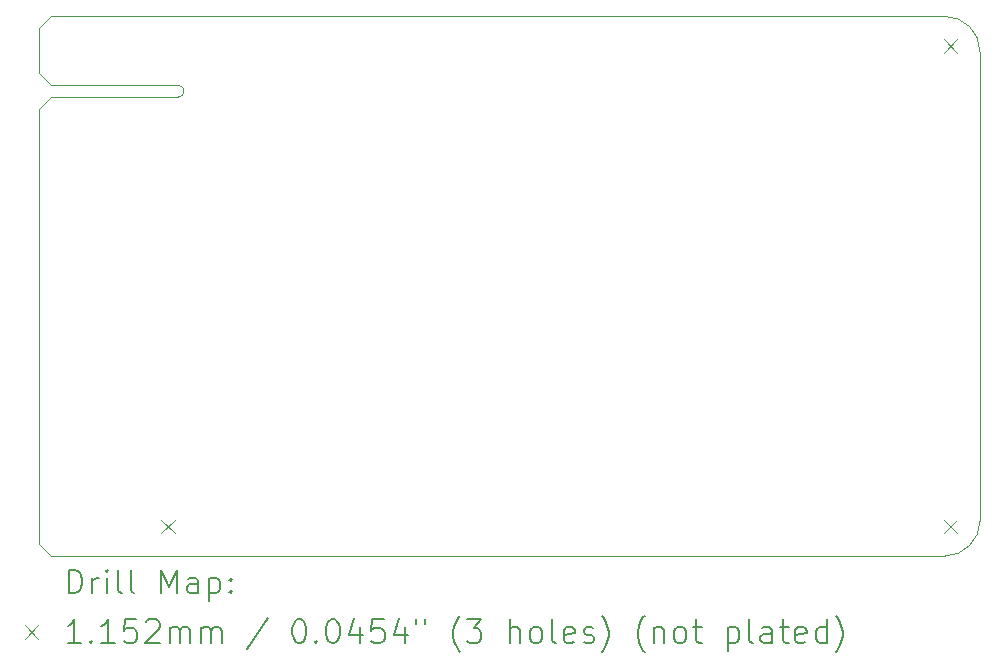
<source format=gbr>
%FSLAX45Y45*%
G04 Gerber Fmt 4.5, Leading zero omitted, Abs format (unit mm)*
G04 Created by KiCad (PCBNEW (6.0.5)) date 2023-02-06 04:07:20*
%MOMM*%
%LPD*%
G01*
G04 APERTURE LIST*
%TA.AperFunction,Profile*%
%ADD10C,0.100000*%
%TD*%
%ADD11C,0.200000*%
%ADD12C,0.115200*%
G04 APERTURE END LIST*
D10*
X8578520Y-6368250D02*
G75*
G03*
X8578520Y-6268250I0J50000D01*
G01*
X8578520Y-6368250D02*
X7499700Y-6368250D01*
X7499700Y-6268250D02*
X8578520Y-6268250D01*
X7398100Y-6469850D02*
X7398100Y-10152650D01*
X8305800Y-5684250D02*
X7499700Y-5684250D01*
X7398100Y-6166650D02*
X7499700Y-6268250D01*
X7810500Y-10254250D02*
X8394700Y-10254250D01*
X15067000Y-10254250D02*
G75*
G03*
X15367000Y-9954250I0J300000D01*
G01*
X7499700Y-6368250D02*
X7398100Y-6469850D01*
X8394700Y-10254250D02*
X15067000Y-10254250D01*
X7398100Y-10152650D02*
X7499700Y-10254250D01*
X15367000Y-5984250D02*
G75*
G03*
X15067000Y-5684250I-300000J0D01*
G01*
X7398100Y-5785850D02*
X7398100Y-6166650D01*
X15367000Y-9954250D02*
X15367000Y-5984250D01*
X7499700Y-10254250D02*
X7810500Y-10254250D01*
X7499700Y-5684250D02*
X7398100Y-5785850D01*
X8305800Y-5684250D02*
X15067000Y-5684250D01*
D11*
D12*
X8436160Y-9946650D02*
X8551360Y-10061850D01*
X8551360Y-9946650D02*
X8436160Y-10061850D01*
X15059400Y-5876650D02*
X15174600Y-5991850D01*
X15174600Y-5876650D02*
X15059400Y-5991850D01*
X15059680Y-9946650D02*
X15174880Y-10061850D01*
X15174880Y-9946650D02*
X15059680Y-10061850D01*
D11*
X7650719Y-10569726D02*
X7650719Y-10369726D01*
X7698338Y-10369726D01*
X7726909Y-10379250D01*
X7745957Y-10398298D01*
X7755481Y-10417345D01*
X7765005Y-10455440D01*
X7765005Y-10484012D01*
X7755481Y-10522107D01*
X7745957Y-10541155D01*
X7726909Y-10560202D01*
X7698338Y-10569726D01*
X7650719Y-10569726D01*
X7850719Y-10569726D02*
X7850719Y-10436393D01*
X7850719Y-10474488D02*
X7860243Y-10455440D01*
X7869767Y-10445917D01*
X7888814Y-10436393D01*
X7907862Y-10436393D01*
X7974528Y-10569726D02*
X7974528Y-10436393D01*
X7974528Y-10369726D02*
X7965005Y-10379250D01*
X7974528Y-10388774D01*
X7984052Y-10379250D01*
X7974528Y-10369726D01*
X7974528Y-10388774D01*
X8098338Y-10569726D02*
X8079290Y-10560202D01*
X8069767Y-10541155D01*
X8069767Y-10369726D01*
X8203100Y-10569726D02*
X8184052Y-10560202D01*
X8174528Y-10541155D01*
X8174528Y-10369726D01*
X8431671Y-10569726D02*
X8431671Y-10369726D01*
X8498338Y-10512583D01*
X8565005Y-10369726D01*
X8565005Y-10569726D01*
X8745957Y-10569726D02*
X8745957Y-10464964D01*
X8736433Y-10445917D01*
X8717386Y-10436393D01*
X8679290Y-10436393D01*
X8660243Y-10445917D01*
X8745957Y-10560202D02*
X8726910Y-10569726D01*
X8679290Y-10569726D01*
X8660243Y-10560202D01*
X8650719Y-10541155D01*
X8650719Y-10522107D01*
X8660243Y-10503060D01*
X8679290Y-10493536D01*
X8726910Y-10493536D01*
X8745957Y-10484012D01*
X8841195Y-10436393D02*
X8841195Y-10636393D01*
X8841195Y-10445917D02*
X8860243Y-10436393D01*
X8898338Y-10436393D01*
X8917386Y-10445917D01*
X8926910Y-10455440D01*
X8936433Y-10474488D01*
X8936433Y-10531631D01*
X8926910Y-10550679D01*
X8917386Y-10560202D01*
X8898338Y-10569726D01*
X8860243Y-10569726D01*
X8841195Y-10560202D01*
X9022148Y-10550679D02*
X9031671Y-10560202D01*
X9022148Y-10569726D01*
X9012624Y-10560202D01*
X9022148Y-10550679D01*
X9022148Y-10569726D01*
X9022148Y-10445917D02*
X9031671Y-10455440D01*
X9022148Y-10464964D01*
X9012624Y-10455440D01*
X9022148Y-10445917D01*
X9022148Y-10464964D01*
D12*
X7277900Y-10841650D02*
X7393100Y-10956850D01*
X7393100Y-10841650D02*
X7277900Y-10956850D01*
D11*
X7755481Y-10989726D02*
X7641195Y-10989726D01*
X7698338Y-10989726D02*
X7698338Y-10789726D01*
X7679290Y-10818298D01*
X7660243Y-10837345D01*
X7641195Y-10846869D01*
X7841195Y-10970679D02*
X7850719Y-10980202D01*
X7841195Y-10989726D01*
X7831671Y-10980202D01*
X7841195Y-10970679D01*
X7841195Y-10989726D01*
X8041195Y-10989726D02*
X7926909Y-10989726D01*
X7984052Y-10989726D02*
X7984052Y-10789726D01*
X7965005Y-10818298D01*
X7945957Y-10837345D01*
X7926909Y-10846869D01*
X8222148Y-10789726D02*
X8126909Y-10789726D01*
X8117386Y-10884964D01*
X8126909Y-10875440D01*
X8145957Y-10865917D01*
X8193576Y-10865917D01*
X8212624Y-10875440D01*
X8222148Y-10884964D01*
X8231671Y-10904012D01*
X8231671Y-10951631D01*
X8222148Y-10970679D01*
X8212624Y-10980202D01*
X8193576Y-10989726D01*
X8145957Y-10989726D01*
X8126909Y-10980202D01*
X8117386Y-10970679D01*
X8307862Y-10808774D02*
X8317386Y-10799250D01*
X8336433Y-10789726D01*
X8384052Y-10789726D01*
X8403100Y-10799250D01*
X8412624Y-10808774D01*
X8422148Y-10827821D01*
X8422148Y-10846869D01*
X8412624Y-10875440D01*
X8298338Y-10989726D01*
X8422148Y-10989726D01*
X8507862Y-10989726D02*
X8507862Y-10856393D01*
X8507862Y-10875440D02*
X8517386Y-10865917D01*
X8536433Y-10856393D01*
X8565005Y-10856393D01*
X8584052Y-10865917D01*
X8593576Y-10884964D01*
X8593576Y-10989726D01*
X8593576Y-10884964D02*
X8603100Y-10865917D01*
X8622148Y-10856393D01*
X8650719Y-10856393D01*
X8669767Y-10865917D01*
X8679290Y-10884964D01*
X8679290Y-10989726D01*
X8774529Y-10989726D02*
X8774529Y-10856393D01*
X8774529Y-10875440D02*
X8784052Y-10865917D01*
X8803100Y-10856393D01*
X8831671Y-10856393D01*
X8850719Y-10865917D01*
X8860243Y-10884964D01*
X8860243Y-10989726D01*
X8860243Y-10884964D02*
X8869767Y-10865917D01*
X8888814Y-10856393D01*
X8917386Y-10856393D01*
X8936433Y-10865917D01*
X8945957Y-10884964D01*
X8945957Y-10989726D01*
X9336433Y-10780202D02*
X9165005Y-11037345D01*
X9593576Y-10789726D02*
X9612624Y-10789726D01*
X9631671Y-10799250D01*
X9641195Y-10808774D01*
X9650719Y-10827821D01*
X9660243Y-10865917D01*
X9660243Y-10913536D01*
X9650719Y-10951631D01*
X9641195Y-10970679D01*
X9631671Y-10980202D01*
X9612624Y-10989726D01*
X9593576Y-10989726D01*
X9574529Y-10980202D01*
X9565005Y-10970679D01*
X9555481Y-10951631D01*
X9545957Y-10913536D01*
X9545957Y-10865917D01*
X9555481Y-10827821D01*
X9565005Y-10808774D01*
X9574529Y-10799250D01*
X9593576Y-10789726D01*
X9745957Y-10970679D02*
X9755481Y-10980202D01*
X9745957Y-10989726D01*
X9736433Y-10980202D01*
X9745957Y-10970679D01*
X9745957Y-10989726D01*
X9879290Y-10789726D02*
X9898338Y-10789726D01*
X9917386Y-10799250D01*
X9926910Y-10808774D01*
X9936433Y-10827821D01*
X9945957Y-10865917D01*
X9945957Y-10913536D01*
X9936433Y-10951631D01*
X9926910Y-10970679D01*
X9917386Y-10980202D01*
X9898338Y-10989726D01*
X9879290Y-10989726D01*
X9860243Y-10980202D01*
X9850719Y-10970679D01*
X9841195Y-10951631D01*
X9831671Y-10913536D01*
X9831671Y-10865917D01*
X9841195Y-10827821D01*
X9850719Y-10808774D01*
X9860243Y-10799250D01*
X9879290Y-10789726D01*
X10117386Y-10856393D02*
X10117386Y-10989726D01*
X10069767Y-10780202D02*
X10022148Y-10923060D01*
X10145957Y-10923060D01*
X10317386Y-10789726D02*
X10222148Y-10789726D01*
X10212624Y-10884964D01*
X10222148Y-10875440D01*
X10241195Y-10865917D01*
X10288814Y-10865917D01*
X10307862Y-10875440D01*
X10317386Y-10884964D01*
X10326910Y-10904012D01*
X10326910Y-10951631D01*
X10317386Y-10970679D01*
X10307862Y-10980202D01*
X10288814Y-10989726D01*
X10241195Y-10989726D01*
X10222148Y-10980202D01*
X10212624Y-10970679D01*
X10498338Y-10856393D02*
X10498338Y-10989726D01*
X10450719Y-10780202D02*
X10403100Y-10923060D01*
X10526910Y-10923060D01*
X10593576Y-10789726D02*
X10593576Y-10827821D01*
X10669767Y-10789726D02*
X10669767Y-10827821D01*
X10965005Y-11065917D02*
X10955481Y-11056393D01*
X10936433Y-11027821D01*
X10926910Y-11008774D01*
X10917386Y-10980202D01*
X10907862Y-10932583D01*
X10907862Y-10894488D01*
X10917386Y-10846869D01*
X10926910Y-10818298D01*
X10936433Y-10799250D01*
X10955481Y-10770679D01*
X10965005Y-10761155D01*
X11022148Y-10789726D02*
X11145957Y-10789726D01*
X11079290Y-10865917D01*
X11107862Y-10865917D01*
X11126910Y-10875440D01*
X11136433Y-10884964D01*
X11145957Y-10904012D01*
X11145957Y-10951631D01*
X11136433Y-10970679D01*
X11126910Y-10980202D01*
X11107862Y-10989726D01*
X11050719Y-10989726D01*
X11031671Y-10980202D01*
X11022148Y-10970679D01*
X11384052Y-10989726D02*
X11384052Y-10789726D01*
X11469767Y-10989726D02*
X11469767Y-10884964D01*
X11460243Y-10865917D01*
X11441195Y-10856393D01*
X11412624Y-10856393D01*
X11393576Y-10865917D01*
X11384052Y-10875440D01*
X11593576Y-10989726D02*
X11574528Y-10980202D01*
X11565005Y-10970679D01*
X11555481Y-10951631D01*
X11555481Y-10894488D01*
X11565005Y-10875440D01*
X11574528Y-10865917D01*
X11593576Y-10856393D01*
X11622148Y-10856393D01*
X11641195Y-10865917D01*
X11650719Y-10875440D01*
X11660243Y-10894488D01*
X11660243Y-10951631D01*
X11650719Y-10970679D01*
X11641195Y-10980202D01*
X11622148Y-10989726D01*
X11593576Y-10989726D01*
X11774528Y-10989726D02*
X11755481Y-10980202D01*
X11745957Y-10961155D01*
X11745957Y-10789726D01*
X11926909Y-10980202D02*
X11907862Y-10989726D01*
X11869767Y-10989726D01*
X11850719Y-10980202D01*
X11841195Y-10961155D01*
X11841195Y-10884964D01*
X11850719Y-10865917D01*
X11869767Y-10856393D01*
X11907862Y-10856393D01*
X11926909Y-10865917D01*
X11936433Y-10884964D01*
X11936433Y-10904012D01*
X11841195Y-10923060D01*
X12012624Y-10980202D02*
X12031671Y-10989726D01*
X12069767Y-10989726D01*
X12088814Y-10980202D01*
X12098338Y-10961155D01*
X12098338Y-10951631D01*
X12088814Y-10932583D01*
X12069767Y-10923060D01*
X12041195Y-10923060D01*
X12022148Y-10913536D01*
X12012624Y-10894488D01*
X12012624Y-10884964D01*
X12022148Y-10865917D01*
X12041195Y-10856393D01*
X12069767Y-10856393D01*
X12088814Y-10865917D01*
X12165005Y-11065917D02*
X12174528Y-11056393D01*
X12193576Y-11027821D01*
X12203100Y-11008774D01*
X12212624Y-10980202D01*
X12222148Y-10932583D01*
X12222148Y-10894488D01*
X12212624Y-10846869D01*
X12203100Y-10818298D01*
X12193576Y-10799250D01*
X12174528Y-10770679D01*
X12165005Y-10761155D01*
X12526909Y-11065917D02*
X12517386Y-11056393D01*
X12498338Y-11027821D01*
X12488814Y-11008774D01*
X12479290Y-10980202D01*
X12469767Y-10932583D01*
X12469767Y-10894488D01*
X12479290Y-10846869D01*
X12488814Y-10818298D01*
X12498338Y-10799250D01*
X12517386Y-10770679D01*
X12526909Y-10761155D01*
X12603100Y-10856393D02*
X12603100Y-10989726D01*
X12603100Y-10875440D02*
X12612624Y-10865917D01*
X12631671Y-10856393D01*
X12660243Y-10856393D01*
X12679290Y-10865917D01*
X12688814Y-10884964D01*
X12688814Y-10989726D01*
X12812624Y-10989726D02*
X12793576Y-10980202D01*
X12784052Y-10970679D01*
X12774528Y-10951631D01*
X12774528Y-10894488D01*
X12784052Y-10875440D01*
X12793576Y-10865917D01*
X12812624Y-10856393D01*
X12841195Y-10856393D01*
X12860243Y-10865917D01*
X12869767Y-10875440D01*
X12879290Y-10894488D01*
X12879290Y-10951631D01*
X12869767Y-10970679D01*
X12860243Y-10980202D01*
X12841195Y-10989726D01*
X12812624Y-10989726D01*
X12936433Y-10856393D02*
X13012624Y-10856393D01*
X12965005Y-10789726D02*
X12965005Y-10961155D01*
X12974528Y-10980202D01*
X12993576Y-10989726D01*
X13012624Y-10989726D01*
X13231671Y-10856393D02*
X13231671Y-11056393D01*
X13231671Y-10865917D02*
X13250719Y-10856393D01*
X13288814Y-10856393D01*
X13307862Y-10865917D01*
X13317386Y-10875440D01*
X13326909Y-10894488D01*
X13326909Y-10951631D01*
X13317386Y-10970679D01*
X13307862Y-10980202D01*
X13288814Y-10989726D01*
X13250719Y-10989726D01*
X13231671Y-10980202D01*
X13441195Y-10989726D02*
X13422148Y-10980202D01*
X13412624Y-10961155D01*
X13412624Y-10789726D01*
X13603100Y-10989726D02*
X13603100Y-10884964D01*
X13593576Y-10865917D01*
X13574528Y-10856393D01*
X13536433Y-10856393D01*
X13517386Y-10865917D01*
X13603100Y-10980202D02*
X13584052Y-10989726D01*
X13536433Y-10989726D01*
X13517386Y-10980202D01*
X13507862Y-10961155D01*
X13507862Y-10942107D01*
X13517386Y-10923060D01*
X13536433Y-10913536D01*
X13584052Y-10913536D01*
X13603100Y-10904012D01*
X13669767Y-10856393D02*
X13745957Y-10856393D01*
X13698338Y-10789726D02*
X13698338Y-10961155D01*
X13707862Y-10980202D01*
X13726909Y-10989726D01*
X13745957Y-10989726D01*
X13888814Y-10980202D02*
X13869767Y-10989726D01*
X13831671Y-10989726D01*
X13812624Y-10980202D01*
X13803100Y-10961155D01*
X13803100Y-10884964D01*
X13812624Y-10865917D01*
X13831671Y-10856393D01*
X13869767Y-10856393D01*
X13888814Y-10865917D01*
X13898338Y-10884964D01*
X13898338Y-10904012D01*
X13803100Y-10923060D01*
X14069767Y-10989726D02*
X14069767Y-10789726D01*
X14069767Y-10980202D02*
X14050719Y-10989726D01*
X14012624Y-10989726D01*
X13993576Y-10980202D01*
X13984052Y-10970679D01*
X13974528Y-10951631D01*
X13974528Y-10894488D01*
X13984052Y-10875440D01*
X13993576Y-10865917D01*
X14012624Y-10856393D01*
X14050719Y-10856393D01*
X14069767Y-10865917D01*
X14145957Y-11065917D02*
X14155481Y-11056393D01*
X14174528Y-11027821D01*
X14184052Y-11008774D01*
X14193576Y-10980202D01*
X14203100Y-10932583D01*
X14203100Y-10894488D01*
X14193576Y-10846869D01*
X14184052Y-10818298D01*
X14174528Y-10799250D01*
X14155481Y-10770679D01*
X14145957Y-10761155D01*
M02*

</source>
